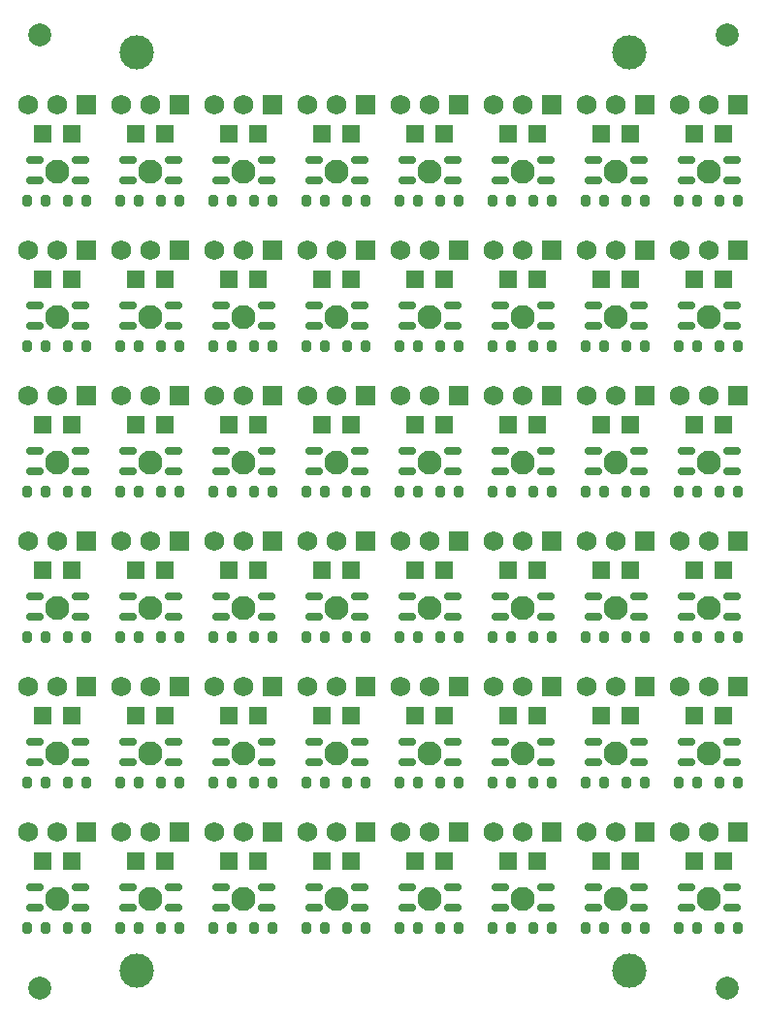
<source format=gts>
G04 #@! TF.GenerationSoftware,KiCad,Pcbnew,8.0.2-1*
G04 #@! TF.CreationDate,2024-06-10T22:55:01+02:00*
G04 #@! TF.ProjectId,panel-eyes,70616e65-6c2d-4657-9965-732e6b696361,rev?*
G04 #@! TF.SameCoordinates,Original*
G04 #@! TF.FileFunction,Soldermask,Top*
G04 #@! TF.FilePolarity,Negative*
%FSLAX46Y46*%
G04 Gerber Fmt 4.6, Leading zero omitted, Abs format (unit mm)*
G04 Created by KiCad (PCBNEW 8.0.2-1) date 2024-06-10 22:55:01*
%MOMM*%
%LPD*%
G01*
G04 APERTURE LIST*
G04 Aperture macros list*
%AMRoundRect*
0 Rectangle with rounded corners*
0 $1 Rounding radius*
0 $2 $3 $4 $5 $6 $7 $8 $9 X,Y pos of 4 corners*
0 Add a 4 corners polygon primitive as box body*
4,1,4,$2,$3,$4,$5,$6,$7,$8,$9,$2,$3,0*
0 Add four circle primitives for the rounded corners*
1,1,$1+$1,$2,$3*
1,1,$1+$1,$4,$5*
1,1,$1+$1,$6,$7*
1,1,$1+$1,$8,$9*
0 Add four rect primitives between the rounded corners*
20,1,$1+$1,$2,$3,$4,$5,0*
20,1,$1+$1,$4,$5,$6,$7,0*
20,1,$1+$1,$6,$7,$8,$9,0*
20,1,$1+$1,$8,$9,$2,$3,0*%
G04 Aperture macros list end*
%ADD10RoundRect,0.175000X0.575000X-0.175000X0.575000X0.175000X-0.575000X0.175000X-0.575000X-0.175000X0*%
%ADD11R,1.500000X1.500000*%
%ADD12RoundRect,0.200000X-0.200000X-0.275000X0.200000X-0.275000X0.200000X0.275000X-0.200000X0.275000X0*%
%ADD13C,2.100000*%
%ADD14C,3.000000*%
%ADD15C,2.000000*%
%ADD16R,1.700000X1.700000*%
%ADD17C,1.750000*%
G04 APERTURE END LIST*
D10*
G04 #@! TO.C,U1*
X10192000Y-15154500D03*
X14192000Y-15154500D03*
X14192000Y-13354500D03*
X10192000Y-13354500D03*
G04 #@! TD*
D11*
G04 #@! TO.C,TP2*
X35256000Y-11079500D03*
G04 #@! TD*
D12*
G04 #@! TO.C,R1*
X33923000Y-55021500D03*
X35573000Y-55021500D03*
G04 #@! TD*
G04 #@! TO.C,R2*
X13095000Y-55021500D03*
X14745000Y-55021500D03*
G04 #@! TD*
D11*
G04 #@! TO.C,TP1*
X5284000Y-61879500D03*
G04 #@! TD*
D10*
G04 #@! TO.C,U1*
X10192000Y-40554500D03*
X14192000Y-40554500D03*
X14192000Y-38754500D03*
X10192000Y-38754500D03*
G04 #@! TD*
D11*
G04 #@! TO.C,TP1*
X13412000Y-49179500D03*
G04 #@! TD*
D10*
G04 #@! TO.C,U1*
X2064000Y-40554500D03*
X6064000Y-40554500D03*
X6064000Y-38754500D03*
X2064000Y-38754500D03*
G04 #@! TD*
D12*
G04 #@! TO.C,R1*
X58307000Y-42321500D03*
X59957000Y-42321500D03*
G04 #@! TD*
D11*
G04 #@! TO.C,TP2*
X19000000Y-61879500D03*
G04 #@! TD*
G04 #@! TO.C,TP1*
X62180000Y-61879500D03*
G04 #@! TD*
G04 #@! TO.C,TP2*
X27128000Y-11079500D03*
G04 #@! TD*
D13*
G04 #@! TO.C,REF\u002A\u002A*
X52782000Y-14381500D03*
G04 #@! TD*
D11*
G04 #@! TO.C,TP2*
X2744000Y-49179500D03*
G04 #@! TD*
G04 #@! TO.C,TP1*
X62180000Y-74579500D03*
G04 #@! TD*
G04 #@! TO.C,TP1*
X54052000Y-61879500D03*
G04 #@! TD*
D13*
G04 #@! TO.C,REF\u002A\u002A*
X4014000Y-77881500D03*
G04 #@! TD*
D11*
G04 #@! TO.C,TP2*
X10872000Y-23779500D03*
G04 #@! TD*
D12*
G04 #@! TO.C,R1*
X33923000Y-42321500D03*
X35573000Y-42321500D03*
G04 #@! TD*
G04 #@! TO.C,R2*
X29351000Y-67721500D03*
X31001000Y-67721500D03*
G04 #@! TD*
D13*
G04 #@! TO.C,REF\u002A\u002A*
X28398000Y-14381500D03*
G04 #@! TD*
D11*
G04 #@! TO.C,TP2*
X2744000Y-61879500D03*
G04 #@! TD*
G04 #@! TO.C,TP1*
X5284000Y-36479500D03*
G04 #@! TD*
D12*
G04 #@! TO.C,R2*
X21223000Y-80421500D03*
X22873000Y-80421500D03*
G04 #@! TD*
G04 #@! TO.C,R1*
X9539000Y-67721500D03*
X11189000Y-67721500D03*
G04 #@! TD*
G04 #@! TO.C,R1*
X9539000Y-16921500D03*
X11189000Y-16921500D03*
G04 #@! TD*
D11*
G04 #@! TO.C,TP2*
X10872000Y-11079500D03*
G04 #@! TD*
D10*
G04 #@! TO.C,U1*
X18320000Y-65954500D03*
X22320000Y-65954500D03*
X22320000Y-64154500D03*
X18320000Y-64154500D03*
G04 #@! TD*
D12*
G04 #@! TO.C,R1*
X1411000Y-55021500D03*
X3061000Y-55021500D03*
G04 #@! TD*
D11*
G04 #@! TO.C,TP2*
X19000000Y-49179500D03*
G04 #@! TD*
D12*
G04 #@! TO.C,R2*
X61863000Y-80421500D03*
X63513000Y-80421500D03*
G04 #@! TD*
D13*
G04 #@! TO.C,REF\u002A\u002A*
X36526000Y-39781500D03*
G04 #@! TD*
D11*
G04 #@! TO.C,TP2*
X10872000Y-36479500D03*
G04 #@! TD*
G04 #@! TO.C,TP2*
X59640000Y-11079500D03*
G04 #@! TD*
D12*
G04 #@! TO.C,R1*
X1411000Y-67721500D03*
X3061000Y-67721500D03*
G04 #@! TD*
D11*
G04 #@! TO.C,TP2*
X59640000Y-49179500D03*
G04 #@! TD*
D10*
G04 #@! TO.C,U1*
X34576000Y-15154500D03*
X38576000Y-15154500D03*
X38576000Y-13354500D03*
X34576000Y-13354500D03*
G04 #@! TD*
D12*
G04 #@! TO.C,R2*
X61863000Y-67721500D03*
X63513000Y-67721500D03*
G04 #@! TD*
G04 #@! TO.C,R2*
X37479000Y-42321500D03*
X39129000Y-42321500D03*
G04 #@! TD*
D13*
G04 #@! TO.C,REF\u002A\u002A*
X44654000Y-39781500D03*
G04 #@! TD*
D12*
G04 #@! TO.C,R2*
X61863000Y-55021500D03*
X63513000Y-55021500D03*
G04 #@! TD*
D10*
G04 #@! TO.C,U1*
X2064000Y-78654500D03*
X6064000Y-78654500D03*
X6064000Y-76854500D03*
X2064000Y-76854500D03*
G04 #@! TD*
D13*
G04 #@! TO.C,REF\u002A\u002A*
X20270000Y-77881500D03*
G04 #@! TD*
D12*
G04 #@! TO.C,R1*
X25795000Y-55021500D03*
X27445000Y-55021500D03*
G04 #@! TD*
D10*
G04 #@! TO.C,U1*
X18320000Y-15154500D03*
X22320000Y-15154500D03*
X22320000Y-13354500D03*
X18320000Y-13354500D03*
G04 #@! TD*
D12*
G04 #@! TO.C,R2*
X37479000Y-29621500D03*
X39129000Y-29621500D03*
G04 #@! TD*
G04 #@! TO.C,R2*
X45607000Y-67721500D03*
X47257000Y-67721500D03*
G04 #@! TD*
D10*
G04 #@! TO.C,U1*
X26448000Y-53254500D03*
X30448000Y-53254500D03*
X30448000Y-51454500D03*
X26448000Y-51454500D03*
G04 #@! TD*
D12*
G04 #@! TO.C,R2*
X21223000Y-29621500D03*
X22873000Y-29621500D03*
G04 #@! TD*
G04 #@! TO.C,R2*
X61863000Y-16921500D03*
X63513000Y-16921500D03*
G04 #@! TD*
G04 #@! TO.C,R1*
X58307000Y-29621500D03*
X59957000Y-29621500D03*
G04 #@! TD*
D11*
G04 #@! TO.C,TP1*
X21540000Y-36479500D03*
G04 #@! TD*
D12*
G04 #@! TO.C,R1*
X1411000Y-42321500D03*
X3061000Y-42321500D03*
G04 #@! TD*
D13*
G04 #@! TO.C,REF\u002A\u002A*
X60910000Y-27081500D03*
G04 #@! TD*
D11*
G04 #@! TO.C,TP2*
X59640000Y-61879500D03*
G04 #@! TD*
G04 #@! TO.C,TP1*
X21540000Y-11079500D03*
G04 #@! TD*
G04 #@! TO.C,TP1*
X29668000Y-74579500D03*
G04 #@! TD*
D13*
G04 #@! TO.C,REF\u002A\u002A*
X36526000Y-14381500D03*
G04 #@! TD*
D12*
G04 #@! TO.C,R1*
X50179000Y-55021500D03*
X51829000Y-55021500D03*
G04 #@! TD*
D11*
G04 #@! TO.C,TP2*
X27128000Y-23779500D03*
G04 #@! TD*
D10*
G04 #@! TO.C,U1*
X18320000Y-78654500D03*
X22320000Y-78654500D03*
X22320000Y-76854500D03*
X18320000Y-76854500D03*
G04 #@! TD*
D11*
G04 #@! TO.C,TP1*
X21540000Y-23779500D03*
G04 #@! TD*
D12*
G04 #@! TO.C,R2*
X29351000Y-55021500D03*
X31001000Y-55021500D03*
G04 #@! TD*
D14*
G04 #@! TO.C,KiKit_FID_T_1*
X11000000Y-4000000D03*
G04 #@! TD*
D11*
G04 #@! TO.C,TP2*
X59640000Y-23779500D03*
G04 #@! TD*
D15*
G04 #@! TO.C,KiKit_TO_2*
X62524000Y-2500000D03*
G04 #@! TD*
D11*
G04 #@! TO.C,TP2*
X43384000Y-23779500D03*
G04 #@! TD*
D12*
G04 #@! TO.C,R1*
X50179000Y-67721500D03*
X51829000Y-67721500D03*
G04 #@! TD*
D11*
G04 #@! TO.C,TP1*
X45924000Y-61879500D03*
G04 #@! TD*
G04 #@! TO.C,TP2*
X2744000Y-74579500D03*
G04 #@! TD*
G04 #@! TO.C,TP1*
X21540000Y-61879500D03*
G04 #@! TD*
G04 #@! TO.C,TP2*
X51512000Y-74579500D03*
G04 #@! TD*
G04 #@! TO.C,TP2*
X51512000Y-61879500D03*
G04 #@! TD*
D12*
G04 #@! TO.C,R1*
X25795000Y-80421500D03*
X27445000Y-80421500D03*
G04 #@! TD*
D14*
G04 #@! TO.C,KiKit_FID_T_3*
X11000000Y-84199500D03*
G04 #@! TD*
D10*
G04 #@! TO.C,U1*
X34576000Y-78654500D03*
X38576000Y-78654500D03*
X38576000Y-76854500D03*
X34576000Y-76854500D03*
G04 #@! TD*
D13*
G04 #@! TO.C,REF\u002A\u002A*
X28398000Y-39781500D03*
G04 #@! TD*
D11*
G04 #@! TO.C,TP1*
X45924000Y-11079500D03*
G04 #@! TD*
G04 #@! TO.C,TP2*
X19000000Y-11079500D03*
G04 #@! TD*
D12*
G04 #@! TO.C,R2*
X4967000Y-67721500D03*
X6617000Y-67721500D03*
G04 #@! TD*
G04 #@! TO.C,R1*
X58307000Y-67721500D03*
X59957000Y-67721500D03*
G04 #@! TD*
D10*
G04 #@! TO.C,U1*
X34576000Y-27854500D03*
X38576000Y-27854500D03*
X38576000Y-26054500D03*
X34576000Y-26054500D03*
G04 #@! TD*
G04 #@! TO.C,U1*
X50832000Y-78654500D03*
X54832000Y-78654500D03*
X54832000Y-76854500D03*
X50832000Y-76854500D03*
G04 #@! TD*
D13*
G04 #@! TO.C,REF\u002A\u002A*
X12142000Y-39781500D03*
G04 #@! TD*
D11*
G04 #@! TO.C,TP2*
X35256000Y-49179500D03*
G04 #@! TD*
D10*
G04 #@! TO.C,U1*
X50832000Y-40554500D03*
X54832000Y-40554500D03*
X54832000Y-38754500D03*
X50832000Y-38754500D03*
G04 #@! TD*
D12*
G04 #@! TO.C,R2*
X45607000Y-55021500D03*
X47257000Y-55021500D03*
G04 #@! TD*
D10*
G04 #@! TO.C,U1*
X18320000Y-27854500D03*
X22320000Y-27854500D03*
X22320000Y-26054500D03*
X18320000Y-26054500D03*
G04 #@! TD*
D13*
G04 #@! TO.C,REF\u002A\u002A*
X4014000Y-39781500D03*
G04 #@! TD*
D12*
G04 #@! TO.C,R2*
X21223000Y-16921500D03*
X22873000Y-16921500D03*
G04 #@! TD*
G04 #@! TO.C,R1*
X33923000Y-80421500D03*
X35573000Y-80421500D03*
G04 #@! TD*
D11*
G04 #@! TO.C,TP1*
X37796000Y-74579500D03*
G04 #@! TD*
D10*
G04 #@! TO.C,U1*
X2064000Y-65954500D03*
X6064000Y-65954500D03*
X6064000Y-64154500D03*
X2064000Y-64154500D03*
G04 #@! TD*
D12*
G04 #@! TO.C,R2*
X29351000Y-16921500D03*
X31001000Y-16921500D03*
G04 #@! TD*
G04 #@! TO.C,R2*
X21223000Y-42321500D03*
X22873000Y-42321500D03*
G04 #@! TD*
D14*
G04 #@! TO.C,KiKit_FID_T_4*
X54024000Y-84199500D03*
G04 #@! TD*
D11*
G04 #@! TO.C,TP1*
X5284000Y-11079500D03*
G04 #@! TD*
G04 #@! TO.C,TP2*
X27128000Y-61879500D03*
G04 #@! TD*
D15*
G04 #@! TO.C,KiKit_TO_3*
X2500000Y-85699500D03*
G04 #@! TD*
D11*
G04 #@! TO.C,TP1*
X5284000Y-23779500D03*
G04 #@! TD*
D12*
G04 #@! TO.C,R1*
X50179000Y-80421500D03*
X51829000Y-80421500D03*
G04 #@! TD*
D10*
G04 #@! TO.C,U1*
X42704000Y-78654500D03*
X46704000Y-78654500D03*
X46704000Y-76854500D03*
X42704000Y-76854500D03*
G04 #@! TD*
D12*
G04 #@! TO.C,R2*
X61863000Y-29621500D03*
X63513000Y-29621500D03*
G04 #@! TD*
D10*
G04 #@! TO.C,U1*
X50832000Y-65954500D03*
X54832000Y-65954500D03*
X54832000Y-64154500D03*
X50832000Y-64154500D03*
G04 #@! TD*
D12*
G04 #@! TO.C,R2*
X53735000Y-42321500D03*
X55385000Y-42321500D03*
G04 #@! TD*
D15*
G04 #@! TO.C,KiKit_TO_4*
X62524000Y-85699500D03*
G04 #@! TD*
D13*
G04 #@! TO.C,REF\u002A\u002A*
X28398000Y-52481500D03*
G04 #@! TD*
D12*
G04 #@! TO.C,R1*
X9539000Y-29621500D03*
X11189000Y-29621500D03*
G04 #@! TD*
D11*
G04 #@! TO.C,TP1*
X5284000Y-49179500D03*
G04 #@! TD*
D12*
G04 #@! TO.C,R1*
X1411000Y-29621500D03*
X3061000Y-29621500D03*
G04 #@! TD*
D11*
G04 #@! TO.C,TP2*
X35256000Y-74579500D03*
G04 #@! TD*
G04 #@! TO.C,TP1*
X13412000Y-61879500D03*
G04 #@! TD*
G04 #@! TO.C,TP2*
X19000000Y-74579500D03*
G04 #@! TD*
D12*
G04 #@! TO.C,R1*
X25795000Y-29621500D03*
X27445000Y-29621500D03*
G04 #@! TD*
D10*
G04 #@! TO.C,U1*
X10192000Y-27854500D03*
X14192000Y-27854500D03*
X14192000Y-26054500D03*
X10192000Y-26054500D03*
G04 #@! TD*
D13*
G04 #@! TO.C,REF\u002A\u002A*
X60910000Y-39781500D03*
G04 #@! TD*
G04 #@! TO.C,REF\u002A\u002A*
X4014000Y-65181500D03*
G04 #@! TD*
D11*
G04 #@! TO.C,TP1*
X45924000Y-49179500D03*
G04 #@! TD*
G04 #@! TO.C,TP1*
X29668000Y-49179500D03*
G04 #@! TD*
D13*
G04 #@! TO.C,REF\u002A\u002A*
X20270000Y-27081500D03*
G04 #@! TD*
G04 #@! TO.C,REF\u002A\u002A*
X44654000Y-27081500D03*
G04 #@! TD*
D11*
G04 #@! TO.C,TP1*
X45924000Y-74579500D03*
G04 #@! TD*
G04 #@! TO.C,TP1*
X37796000Y-23779500D03*
G04 #@! TD*
G04 #@! TO.C,TP1*
X37796000Y-61879500D03*
G04 #@! TD*
D12*
G04 #@! TO.C,R1*
X50179000Y-16921500D03*
X51829000Y-16921500D03*
G04 #@! TD*
D11*
G04 #@! TO.C,TP1*
X62180000Y-11079500D03*
G04 #@! TD*
D12*
G04 #@! TO.C,R2*
X45607000Y-29621500D03*
X47257000Y-29621500D03*
G04 #@! TD*
D10*
G04 #@! TO.C,U1*
X58960000Y-27854500D03*
X62960000Y-27854500D03*
X62960000Y-26054500D03*
X58960000Y-26054500D03*
G04 #@! TD*
D12*
G04 #@! TO.C,R2*
X13095000Y-80421500D03*
X14745000Y-80421500D03*
G04 #@! TD*
G04 #@! TO.C,R2*
X21223000Y-55021500D03*
X22873000Y-55021500D03*
G04 #@! TD*
D11*
G04 #@! TO.C,TP1*
X62180000Y-49179500D03*
G04 #@! TD*
D12*
G04 #@! TO.C,R2*
X4967000Y-80421500D03*
X6617000Y-80421500D03*
G04 #@! TD*
D13*
G04 #@! TO.C,REF\u002A\u002A*
X36526000Y-77881500D03*
G04 #@! TD*
D11*
G04 #@! TO.C,TP2*
X19000000Y-23779500D03*
G04 #@! TD*
D10*
G04 #@! TO.C,U1*
X42704000Y-53254500D03*
X46704000Y-53254500D03*
X46704000Y-51454500D03*
X42704000Y-51454500D03*
G04 #@! TD*
D12*
G04 #@! TO.C,R1*
X42051000Y-80421500D03*
X43701000Y-80421500D03*
G04 #@! TD*
D13*
G04 #@! TO.C,REF\u002A\u002A*
X12142000Y-65181500D03*
G04 #@! TD*
D10*
G04 #@! TO.C,U1*
X42704000Y-65954500D03*
X46704000Y-65954500D03*
X46704000Y-64154500D03*
X42704000Y-64154500D03*
G04 #@! TD*
G04 #@! TO.C,U1*
X26448000Y-78654500D03*
X30448000Y-78654500D03*
X30448000Y-76854500D03*
X26448000Y-76854500D03*
G04 #@! TD*
D13*
G04 #@! TO.C,REF\u002A\u002A*
X52782000Y-77881500D03*
G04 #@! TD*
G04 #@! TO.C,REF\u002A\u002A*
X44654000Y-52481500D03*
G04 #@! TD*
D10*
G04 #@! TO.C,U1*
X34576000Y-40554500D03*
X38576000Y-40554500D03*
X38576000Y-38754500D03*
X34576000Y-38754500D03*
G04 #@! TD*
D12*
G04 #@! TO.C,R1*
X42051000Y-67721500D03*
X43701000Y-67721500D03*
G04 #@! TD*
D13*
G04 #@! TO.C,REF\u002A\u002A*
X36526000Y-52481500D03*
G04 #@! TD*
D12*
G04 #@! TO.C,R1*
X42051000Y-29621500D03*
X43701000Y-29621500D03*
G04 #@! TD*
D10*
G04 #@! TO.C,U1*
X34576000Y-53254500D03*
X38576000Y-53254500D03*
X38576000Y-51454500D03*
X34576000Y-51454500D03*
G04 #@! TD*
D11*
G04 #@! TO.C,TP2*
X51512000Y-11079500D03*
G04 #@! TD*
G04 #@! TO.C,TP1*
X54052000Y-74579500D03*
G04 #@! TD*
D12*
G04 #@! TO.C,R2*
X61863000Y-42321500D03*
X63513000Y-42321500D03*
G04 #@! TD*
G04 #@! TO.C,R2*
X37479000Y-80421500D03*
X39129000Y-80421500D03*
G04 #@! TD*
G04 #@! TO.C,R1*
X17667000Y-29621500D03*
X19317000Y-29621500D03*
G04 #@! TD*
D10*
G04 #@! TO.C,U1*
X42704000Y-27854500D03*
X46704000Y-27854500D03*
X46704000Y-26054500D03*
X42704000Y-26054500D03*
G04 #@! TD*
D12*
G04 #@! TO.C,R1*
X17667000Y-67721500D03*
X19317000Y-67721500D03*
G04 #@! TD*
D10*
G04 #@! TO.C,U1*
X58960000Y-15154500D03*
X62960000Y-15154500D03*
X62960000Y-13354500D03*
X58960000Y-13354500D03*
G04 #@! TD*
G04 #@! TO.C,U1*
X2064000Y-15154500D03*
X6064000Y-15154500D03*
X6064000Y-13354500D03*
X2064000Y-13354500D03*
G04 #@! TD*
D11*
G04 #@! TO.C,TP2*
X35256000Y-61879500D03*
G04 #@! TD*
G04 #@! TO.C,TP2*
X10872000Y-74579500D03*
G04 #@! TD*
D12*
G04 #@! TO.C,R2*
X53735000Y-67721500D03*
X55385000Y-67721500D03*
G04 #@! TD*
G04 #@! TO.C,R1*
X9539000Y-42321500D03*
X11189000Y-42321500D03*
G04 #@! TD*
G04 #@! TO.C,R1*
X33923000Y-29621500D03*
X35573000Y-29621500D03*
G04 #@! TD*
D10*
G04 #@! TO.C,U1*
X10192000Y-78654500D03*
X14192000Y-78654500D03*
X14192000Y-76854500D03*
X10192000Y-76854500D03*
G04 #@! TD*
D11*
G04 #@! TO.C,TP1*
X54052000Y-11079500D03*
G04 #@! TD*
G04 #@! TO.C,TP1*
X37796000Y-36479500D03*
G04 #@! TD*
D12*
G04 #@! TO.C,R2*
X53735000Y-80421500D03*
X55385000Y-80421500D03*
G04 #@! TD*
G04 #@! TO.C,R2*
X13095000Y-42321500D03*
X14745000Y-42321500D03*
G04 #@! TD*
D11*
G04 #@! TO.C,TP1*
X54052000Y-23779500D03*
G04 #@! TD*
D12*
G04 #@! TO.C,R2*
X29351000Y-42321500D03*
X31001000Y-42321500D03*
G04 #@! TD*
D11*
G04 #@! TO.C,TP2*
X2744000Y-11079500D03*
G04 #@! TD*
D12*
G04 #@! TO.C,R1*
X1411000Y-16921500D03*
X3061000Y-16921500D03*
G04 #@! TD*
G04 #@! TO.C,R1*
X33923000Y-67721500D03*
X35573000Y-67721500D03*
G04 #@! TD*
G04 #@! TO.C,R1*
X33923000Y-16921500D03*
X35573000Y-16921500D03*
G04 #@! TD*
G04 #@! TO.C,R1*
X42051000Y-55021500D03*
X43701000Y-55021500D03*
G04 #@! TD*
D11*
G04 #@! TO.C,TP1*
X13412000Y-36479500D03*
G04 #@! TD*
D13*
G04 #@! TO.C,REF\u002A\u002A*
X12142000Y-14381500D03*
G04 #@! TD*
D12*
G04 #@! TO.C,R1*
X17667000Y-80421500D03*
X19317000Y-80421500D03*
G04 #@! TD*
D10*
G04 #@! TO.C,U1*
X2064000Y-27854500D03*
X6064000Y-27854500D03*
X6064000Y-26054500D03*
X2064000Y-26054500D03*
G04 #@! TD*
D11*
G04 #@! TO.C,TP2*
X35256000Y-36479500D03*
G04 #@! TD*
D13*
G04 #@! TO.C,REF\u002A\u002A*
X52782000Y-52481500D03*
G04 #@! TD*
D11*
G04 #@! TO.C,TP2*
X27128000Y-74579500D03*
G04 #@! TD*
D10*
G04 #@! TO.C,U1*
X26448000Y-27854500D03*
X30448000Y-27854500D03*
X30448000Y-26054500D03*
X26448000Y-26054500D03*
G04 #@! TD*
D12*
G04 #@! TO.C,R2*
X4967000Y-29621500D03*
X6617000Y-29621500D03*
G04 #@! TD*
G04 #@! TO.C,R2*
X53735000Y-29621500D03*
X55385000Y-29621500D03*
G04 #@! TD*
D11*
G04 #@! TO.C,TP2*
X51512000Y-23779500D03*
G04 #@! TD*
D10*
G04 #@! TO.C,U1*
X34576000Y-65954500D03*
X38576000Y-65954500D03*
X38576000Y-64154500D03*
X34576000Y-64154500D03*
G04 #@! TD*
D13*
G04 #@! TO.C,REF\u002A\u002A*
X20270000Y-39781500D03*
G04 #@! TD*
G04 #@! TO.C,REF\u002A\u002A*
X36526000Y-65181500D03*
G04 #@! TD*
D12*
G04 #@! TO.C,R2*
X4967000Y-16921500D03*
X6617000Y-16921500D03*
G04 #@! TD*
D13*
G04 #@! TO.C,REF\u002A\u002A*
X28398000Y-77881500D03*
G04 #@! TD*
D11*
G04 #@! TO.C,TP1*
X21540000Y-74579500D03*
G04 #@! TD*
D12*
G04 #@! TO.C,R2*
X4967000Y-42321500D03*
X6617000Y-42321500D03*
G04 #@! TD*
D13*
G04 #@! TO.C,REF\u002A\u002A*
X4014000Y-14381500D03*
G04 #@! TD*
D12*
G04 #@! TO.C,R1*
X9539000Y-55021500D03*
X11189000Y-55021500D03*
G04 #@! TD*
G04 #@! TO.C,R1*
X25795000Y-42321500D03*
X27445000Y-42321500D03*
G04 #@! TD*
D13*
G04 #@! TO.C,REF\u002A\u002A*
X44654000Y-77881500D03*
G04 #@! TD*
D10*
G04 #@! TO.C,U1*
X58960000Y-40554500D03*
X62960000Y-40554500D03*
X62960000Y-38754500D03*
X58960000Y-38754500D03*
G04 #@! TD*
D12*
G04 #@! TO.C,R1*
X58307000Y-80421500D03*
X59957000Y-80421500D03*
G04 #@! TD*
G04 #@! TO.C,R1*
X17667000Y-16921500D03*
X19317000Y-16921500D03*
G04 #@! TD*
G04 #@! TO.C,R1*
X25795000Y-67721500D03*
X27445000Y-67721500D03*
G04 #@! TD*
D11*
G04 #@! TO.C,TP1*
X54052000Y-49179500D03*
G04 #@! TD*
D10*
G04 #@! TO.C,U1*
X50832000Y-53254500D03*
X54832000Y-53254500D03*
X54832000Y-51454500D03*
X50832000Y-51454500D03*
G04 #@! TD*
D13*
G04 #@! TO.C,REF\u002A\u002A*
X52782000Y-65181500D03*
G04 #@! TD*
G04 #@! TO.C,REF\u002A\u002A*
X12142000Y-77881500D03*
G04 #@! TD*
D10*
G04 #@! TO.C,U1*
X2064000Y-53254500D03*
X6064000Y-53254500D03*
X6064000Y-51454500D03*
X2064000Y-51454500D03*
G04 #@! TD*
D11*
G04 #@! TO.C,TP2*
X43384000Y-11079500D03*
G04 #@! TD*
G04 #@! TO.C,TP2*
X43384000Y-61879500D03*
G04 #@! TD*
G04 #@! TO.C,TP1*
X29668000Y-36479500D03*
G04 #@! TD*
D10*
G04 #@! TO.C,U1*
X10192000Y-53254500D03*
X14192000Y-53254500D03*
X14192000Y-51454500D03*
X10192000Y-51454500D03*
G04 #@! TD*
D13*
G04 #@! TO.C,REF\u002A\u002A*
X60910000Y-52481500D03*
G04 #@! TD*
D12*
G04 #@! TO.C,R2*
X53735000Y-55021500D03*
X55385000Y-55021500D03*
G04 #@! TD*
D13*
G04 #@! TO.C,REF\u002A\u002A*
X60910000Y-65181500D03*
G04 #@! TD*
D11*
G04 #@! TO.C,TP1*
X37796000Y-11079500D03*
G04 #@! TD*
D12*
G04 #@! TO.C,R2*
X53735000Y-16921500D03*
X55385000Y-16921500D03*
G04 #@! TD*
G04 #@! TO.C,R2*
X29351000Y-29621500D03*
X31001000Y-29621500D03*
G04 #@! TD*
G04 #@! TO.C,R1*
X58307000Y-55021500D03*
X59957000Y-55021500D03*
G04 #@! TD*
D11*
G04 #@! TO.C,TP2*
X59640000Y-36479500D03*
G04 #@! TD*
D13*
G04 #@! TO.C,REF\u002A\u002A*
X36526000Y-27081500D03*
G04 #@! TD*
D12*
G04 #@! TO.C,R1*
X42051000Y-16921500D03*
X43701000Y-16921500D03*
G04 #@! TD*
D11*
G04 #@! TO.C,TP2*
X19000000Y-36479500D03*
G04 #@! TD*
D10*
G04 #@! TO.C,U1*
X50832000Y-15154500D03*
X54832000Y-15154500D03*
X54832000Y-13354500D03*
X50832000Y-13354500D03*
G04 #@! TD*
D11*
G04 #@! TO.C,TP2*
X43384000Y-74579500D03*
G04 #@! TD*
D12*
G04 #@! TO.C,R1*
X17667000Y-55021500D03*
X19317000Y-55021500D03*
G04 #@! TD*
G04 #@! TO.C,R1*
X17667000Y-42321500D03*
X19317000Y-42321500D03*
G04 #@! TD*
G04 #@! TO.C,R2*
X37479000Y-55021500D03*
X39129000Y-55021500D03*
G04 #@! TD*
G04 #@! TO.C,R2*
X37479000Y-16921500D03*
X39129000Y-16921500D03*
G04 #@! TD*
D11*
G04 #@! TO.C,TP2*
X2744000Y-23779500D03*
G04 #@! TD*
D10*
G04 #@! TO.C,U1*
X26448000Y-65954500D03*
X30448000Y-65954500D03*
X30448000Y-64154500D03*
X26448000Y-64154500D03*
G04 #@! TD*
D11*
G04 #@! TO.C,TP1*
X13412000Y-23779500D03*
G04 #@! TD*
D13*
G04 #@! TO.C,REF\u002A\u002A*
X20270000Y-52481500D03*
G04 #@! TD*
D10*
G04 #@! TO.C,U1*
X58960000Y-53254500D03*
X62960000Y-53254500D03*
X62960000Y-51454500D03*
X58960000Y-51454500D03*
G04 #@! TD*
G04 #@! TO.C,U1*
X18320000Y-40554500D03*
X22320000Y-40554500D03*
X22320000Y-38754500D03*
X18320000Y-38754500D03*
G04 #@! TD*
D11*
G04 #@! TO.C,TP1*
X54052000Y-36479500D03*
G04 #@! TD*
D12*
G04 #@! TO.C,R1*
X50179000Y-42321500D03*
X51829000Y-42321500D03*
G04 #@! TD*
D13*
G04 #@! TO.C,REF\u002A\u002A*
X28398000Y-27081500D03*
G04 #@! TD*
D15*
G04 #@! TO.C,KiKit_TO_1*
X2500000Y-2500000D03*
G04 #@! TD*
D13*
G04 #@! TO.C,REF\u002A\u002A*
X4014000Y-27081500D03*
G04 #@! TD*
D12*
G04 #@! TO.C,R1*
X58307000Y-16921500D03*
X59957000Y-16921500D03*
G04 #@! TD*
D11*
G04 #@! TO.C,TP2*
X10872000Y-61879500D03*
G04 #@! TD*
D10*
G04 #@! TO.C,U1*
X26448000Y-15154500D03*
X30448000Y-15154500D03*
X30448000Y-13354500D03*
X26448000Y-13354500D03*
G04 #@! TD*
G04 #@! TO.C,U1*
X58960000Y-65954500D03*
X62960000Y-65954500D03*
X62960000Y-64154500D03*
X58960000Y-64154500D03*
G04 #@! TD*
D11*
G04 #@! TO.C,TP2*
X51512000Y-49179500D03*
G04 #@! TD*
D12*
G04 #@! TO.C,R2*
X45607000Y-80421500D03*
X47257000Y-80421500D03*
G04 #@! TD*
G04 #@! TO.C,R2*
X13095000Y-29621500D03*
X14745000Y-29621500D03*
G04 #@! TD*
D11*
G04 #@! TO.C,TP1*
X45924000Y-36479500D03*
G04 #@! TD*
D12*
G04 #@! TO.C,R2*
X29351000Y-80421500D03*
X31001000Y-80421500D03*
G04 #@! TD*
D13*
G04 #@! TO.C,REF\u002A\u002A*
X12142000Y-52481500D03*
G04 #@! TD*
D11*
G04 #@! TO.C,TP1*
X62180000Y-23779500D03*
G04 #@! TD*
D13*
G04 #@! TO.C,REF\u002A\u002A*
X44654000Y-14381500D03*
G04 #@! TD*
D12*
G04 #@! TO.C,R1*
X9539000Y-80421500D03*
X11189000Y-80421500D03*
G04 #@! TD*
G04 #@! TO.C,R2*
X13095000Y-67721500D03*
X14745000Y-67721500D03*
G04 #@! TD*
G04 #@! TO.C,R2*
X4967000Y-55021500D03*
X6617000Y-55021500D03*
G04 #@! TD*
D13*
G04 #@! TO.C,REF\u002A\u002A*
X52782000Y-39781500D03*
G04 #@! TD*
G04 #@! TO.C,REF\u002A\u002A*
X60910000Y-14381500D03*
G04 #@! TD*
D12*
G04 #@! TO.C,R2*
X13095000Y-16921500D03*
X14745000Y-16921500D03*
G04 #@! TD*
D11*
G04 #@! TO.C,TP1*
X45924000Y-23779500D03*
G04 #@! TD*
D13*
G04 #@! TO.C,REF\u002A\u002A*
X44654000Y-65181500D03*
G04 #@! TD*
D10*
G04 #@! TO.C,U1*
X50832000Y-27854500D03*
X54832000Y-27854500D03*
X54832000Y-26054500D03*
X50832000Y-26054500D03*
G04 #@! TD*
D11*
G04 #@! TO.C,TP1*
X21540000Y-49179500D03*
G04 #@! TD*
D12*
G04 #@! TO.C,R2*
X45607000Y-42321500D03*
X47257000Y-42321500D03*
G04 #@! TD*
D10*
G04 #@! TO.C,U1*
X10192000Y-65954500D03*
X14192000Y-65954500D03*
X14192000Y-64154500D03*
X10192000Y-64154500D03*
G04 #@! TD*
D11*
G04 #@! TO.C,TP1*
X29668000Y-23779500D03*
G04 #@! TD*
G04 #@! TO.C,TP1*
X37796000Y-49179500D03*
G04 #@! TD*
G04 #@! TO.C,TP2*
X27128000Y-36479500D03*
G04 #@! TD*
D10*
G04 #@! TO.C,U1*
X18320000Y-53254500D03*
X22320000Y-53254500D03*
X22320000Y-51454500D03*
X18320000Y-51454500D03*
G04 #@! TD*
D13*
G04 #@! TO.C,REF\u002A\u002A*
X52782000Y-27081500D03*
G04 #@! TD*
G04 #@! TO.C,REF\u002A\u002A*
X4014000Y-52481500D03*
G04 #@! TD*
G04 #@! TO.C,REF\u002A\u002A*
X28398000Y-65181500D03*
G04 #@! TD*
D14*
G04 #@! TO.C,KiKit_FID_T_2*
X54024000Y-4000000D03*
G04 #@! TD*
D11*
G04 #@! TO.C,TP2*
X43384000Y-36479500D03*
G04 #@! TD*
G04 #@! TO.C,TP1*
X13412000Y-11079500D03*
G04 #@! TD*
D13*
G04 #@! TO.C,REF\u002A\u002A*
X60910000Y-77881500D03*
G04 #@! TD*
D11*
G04 #@! TO.C,TP1*
X62180000Y-36479500D03*
G04 #@! TD*
D12*
G04 #@! TO.C,R1*
X50179000Y-29621500D03*
X51829000Y-29621500D03*
G04 #@! TD*
D11*
G04 #@! TO.C,TP1*
X29668000Y-11079500D03*
G04 #@! TD*
D12*
G04 #@! TO.C,R1*
X42051000Y-42321500D03*
X43701000Y-42321500D03*
G04 #@! TD*
G04 #@! TO.C,R1*
X1411000Y-80421500D03*
X3061000Y-80421500D03*
G04 #@! TD*
D10*
G04 #@! TO.C,U1*
X42704000Y-15154500D03*
X46704000Y-15154500D03*
X46704000Y-13354500D03*
X42704000Y-13354500D03*
G04 #@! TD*
D11*
G04 #@! TO.C,TP2*
X35256000Y-23779500D03*
G04 #@! TD*
D12*
G04 #@! TO.C,R2*
X37479000Y-67721500D03*
X39129000Y-67721500D03*
G04 #@! TD*
D10*
G04 #@! TO.C,U1*
X58960000Y-78654500D03*
X62960000Y-78654500D03*
X62960000Y-76854500D03*
X58960000Y-76854500D03*
G04 #@! TD*
D12*
G04 #@! TO.C,R2*
X45607000Y-16921500D03*
X47257000Y-16921500D03*
G04 #@! TD*
D13*
G04 #@! TO.C,REF\u002A\u002A*
X20270000Y-65181500D03*
G04 #@! TD*
D11*
G04 #@! TO.C,TP2*
X43384000Y-49179500D03*
G04 #@! TD*
D13*
G04 #@! TO.C,REF\u002A\u002A*
X20270000Y-14381500D03*
G04 #@! TD*
D11*
G04 #@! TO.C,TP2*
X27128000Y-49179500D03*
G04 #@! TD*
G04 #@! TO.C,TP2*
X51512000Y-36479500D03*
G04 #@! TD*
G04 #@! TO.C,TP2*
X59640000Y-74579500D03*
G04 #@! TD*
G04 #@! TO.C,TP2*
X10872000Y-49179500D03*
G04 #@! TD*
D10*
G04 #@! TO.C,U1*
X26448000Y-40554500D03*
X30448000Y-40554500D03*
X30448000Y-38754500D03*
X26448000Y-38754500D03*
G04 #@! TD*
D13*
G04 #@! TO.C,REF\u002A\u002A*
X12142000Y-27081500D03*
G04 #@! TD*
D11*
G04 #@! TO.C,TP1*
X13412000Y-74579500D03*
G04 #@! TD*
G04 #@! TO.C,TP2*
X2744000Y-36479500D03*
G04 #@! TD*
D12*
G04 #@! TO.C,R1*
X25795000Y-16921500D03*
X27445000Y-16921500D03*
G04 #@! TD*
G04 #@! TO.C,R2*
X21223000Y-67721500D03*
X22873000Y-67721500D03*
G04 #@! TD*
D11*
G04 #@! TO.C,TP1*
X29668000Y-61879500D03*
G04 #@! TD*
G04 #@! TO.C,TP1*
X5284000Y-74579500D03*
G04 #@! TD*
D10*
G04 #@! TO.C,U1*
X42704000Y-40554500D03*
X46704000Y-40554500D03*
X46704000Y-38754500D03*
X42704000Y-38754500D03*
G04 #@! TD*
D16*
G04 #@! TO.C,J1*
X47244000Y-72039500D03*
D17*
X44704000Y-72039500D03*
X42164000Y-72039500D03*
G04 #@! TD*
D16*
G04 #@! TO.C,J1*
X6604000Y-33939500D03*
D17*
X4064000Y-33939500D03*
X1524000Y-33939500D03*
G04 #@! TD*
D16*
G04 #@! TO.C,J1*
X39116000Y-21239500D03*
D17*
X36576000Y-21239500D03*
X34036000Y-21239500D03*
G04 #@! TD*
D16*
G04 #@! TO.C,J1*
X14732000Y-46639500D03*
D17*
X12192000Y-46639500D03*
X9652000Y-46639500D03*
G04 #@! TD*
D16*
G04 #@! TO.C,J1*
X63500000Y-59339500D03*
D17*
X60960000Y-59339500D03*
X58420000Y-59339500D03*
G04 #@! TD*
D16*
G04 #@! TO.C,J1*
X14732000Y-72039500D03*
D17*
X12192000Y-72039500D03*
X9652000Y-72039500D03*
G04 #@! TD*
D16*
G04 #@! TO.C,J1*
X47244000Y-8539500D03*
D17*
X44704000Y-8539500D03*
X42164000Y-8539500D03*
G04 #@! TD*
D16*
G04 #@! TO.C,J1*
X22860000Y-21239500D03*
D17*
X20320000Y-21239500D03*
X17780000Y-21239500D03*
G04 #@! TD*
D16*
G04 #@! TO.C,J1*
X14732000Y-8539500D03*
D17*
X12192000Y-8539500D03*
X9652000Y-8539500D03*
G04 #@! TD*
D16*
G04 #@! TO.C,J1*
X22860000Y-59339500D03*
D17*
X20320000Y-59339500D03*
X17780000Y-59339500D03*
G04 #@! TD*
D16*
G04 #@! TO.C,J1*
X39116000Y-59339500D03*
D17*
X36576000Y-59339500D03*
X34036000Y-59339500D03*
G04 #@! TD*
D16*
G04 #@! TO.C,J1*
X55372000Y-46639500D03*
D17*
X52832000Y-46639500D03*
X50292000Y-46639500D03*
G04 #@! TD*
D16*
G04 #@! TO.C,J1*
X39116000Y-46639500D03*
D17*
X36576000Y-46639500D03*
X34036000Y-46639500D03*
G04 #@! TD*
D16*
G04 #@! TO.C,J1*
X55372000Y-59339500D03*
D17*
X52832000Y-59339500D03*
X50292000Y-59339500D03*
G04 #@! TD*
D16*
G04 #@! TO.C,J1*
X14732000Y-21239500D03*
D17*
X12192000Y-21239500D03*
X9652000Y-21239500D03*
G04 #@! TD*
D16*
G04 #@! TO.C,J1*
X6604000Y-8539500D03*
D17*
X4064000Y-8539500D03*
X1524000Y-8539500D03*
G04 #@! TD*
D16*
G04 #@! TO.C,J1*
X47244000Y-21239500D03*
D17*
X44704000Y-21239500D03*
X42164000Y-21239500D03*
G04 #@! TD*
D16*
G04 #@! TO.C,J1*
X63500000Y-33939500D03*
D17*
X60960000Y-33939500D03*
X58420000Y-33939500D03*
G04 #@! TD*
D16*
G04 #@! TO.C,J1*
X63500000Y-72039500D03*
D17*
X60960000Y-72039500D03*
X58420000Y-72039500D03*
G04 #@! TD*
D16*
G04 #@! TO.C,J1*
X6604000Y-59339500D03*
D17*
X4064000Y-59339500D03*
X1524000Y-59339500D03*
G04 #@! TD*
D16*
G04 #@! TO.C,J1*
X47244000Y-46639500D03*
D17*
X44704000Y-46639500D03*
X42164000Y-46639500D03*
G04 #@! TD*
D16*
G04 #@! TO.C,J1*
X39116000Y-72039500D03*
D17*
X36576000Y-72039500D03*
X34036000Y-72039500D03*
G04 #@! TD*
D16*
G04 #@! TO.C,J1*
X30988000Y-59339500D03*
D17*
X28448000Y-59339500D03*
X25908000Y-59339500D03*
G04 #@! TD*
D16*
G04 #@! TO.C,J1*
X39116000Y-33939500D03*
D17*
X36576000Y-33939500D03*
X34036000Y-33939500D03*
G04 #@! TD*
D16*
G04 #@! TO.C,J1*
X30988000Y-72039500D03*
D17*
X28448000Y-72039500D03*
X25908000Y-72039500D03*
G04 #@! TD*
D16*
G04 #@! TO.C,J1*
X63500000Y-46639500D03*
D17*
X60960000Y-46639500D03*
X58420000Y-46639500D03*
G04 #@! TD*
D16*
G04 #@! TO.C,J1*
X14732000Y-33939500D03*
D17*
X12192000Y-33939500D03*
X9652000Y-33939500D03*
G04 #@! TD*
D16*
G04 #@! TO.C,J1*
X30988000Y-33939500D03*
D17*
X28448000Y-33939500D03*
X25908000Y-33939500D03*
G04 #@! TD*
D16*
G04 #@! TO.C,J1*
X6604000Y-72039500D03*
D17*
X4064000Y-72039500D03*
X1524000Y-72039500D03*
G04 #@! TD*
D16*
G04 #@! TO.C,J1*
X47244000Y-33939500D03*
D17*
X44704000Y-33939500D03*
X42164000Y-33939500D03*
G04 #@! TD*
D16*
G04 #@! TO.C,J1*
X63500000Y-8539500D03*
D17*
X60960000Y-8539500D03*
X58420000Y-8539500D03*
G04 #@! TD*
D16*
G04 #@! TO.C,J1*
X6604000Y-21239500D03*
D17*
X4064000Y-21239500D03*
X1524000Y-21239500D03*
G04 #@! TD*
D16*
G04 #@! TO.C,J1*
X30988000Y-8539500D03*
D17*
X28448000Y-8539500D03*
X25908000Y-8539500D03*
G04 #@! TD*
D16*
G04 #@! TO.C,J1*
X22860000Y-33939500D03*
D17*
X20320000Y-33939500D03*
X17780000Y-33939500D03*
G04 #@! TD*
D16*
G04 #@! TO.C,J1*
X22860000Y-46639500D03*
D17*
X20320000Y-46639500D03*
X17780000Y-46639500D03*
G04 #@! TD*
D16*
G04 #@! TO.C,J1*
X47244000Y-59339500D03*
D17*
X44704000Y-59339500D03*
X42164000Y-59339500D03*
G04 #@! TD*
D16*
G04 #@! TO.C,J1*
X39116000Y-8539500D03*
D17*
X36576000Y-8539500D03*
X34036000Y-8539500D03*
G04 #@! TD*
D16*
G04 #@! TO.C,J1*
X63500000Y-21239500D03*
D17*
X60960000Y-21239500D03*
X58420000Y-21239500D03*
G04 #@! TD*
D16*
G04 #@! TO.C,J1*
X6604000Y-46639500D03*
D17*
X4064000Y-46639500D03*
X1524000Y-46639500D03*
G04 #@! TD*
D16*
G04 #@! TO.C,J1*
X55372000Y-21239500D03*
D17*
X52832000Y-21239500D03*
X50292000Y-21239500D03*
G04 #@! TD*
D16*
G04 #@! TO.C,J1*
X30988000Y-46639500D03*
D17*
X28448000Y-46639500D03*
X25908000Y-46639500D03*
G04 #@! TD*
D16*
G04 #@! TO.C,J1*
X22860000Y-72039500D03*
D17*
X20320000Y-72039500D03*
X17780000Y-72039500D03*
G04 #@! TD*
D16*
G04 #@! TO.C,J1*
X14732000Y-59339500D03*
D17*
X12192000Y-59339500D03*
X9652000Y-59339500D03*
G04 #@! TD*
D16*
G04 #@! TO.C,J1*
X55372000Y-33939500D03*
D17*
X52832000Y-33939500D03*
X50292000Y-33939500D03*
G04 #@! TD*
D16*
G04 #@! TO.C,J1*
X30988000Y-21239500D03*
D17*
X28448000Y-21239500D03*
X25908000Y-21239500D03*
G04 #@! TD*
D16*
G04 #@! TO.C,J1*
X22860000Y-8539500D03*
D17*
X20320000Y-8539500D03*
X17780000Y-8539500D03*
G04 #@! TD*
D16*
G04 #@! TO.C,J1*
X55372000Y-8539500D03*
D17*
X52832000Y-8539500D03*
X50292000Y-8539500D03*
G04 #@! TD*
D16*
G04 #@! TO.C,J1*
X55372000Y-72039500D03*
D17*
X52832000Y-72039500D03*
X50292000Y-72039500D03*
G04 #@! TD*
M02*

</source>
